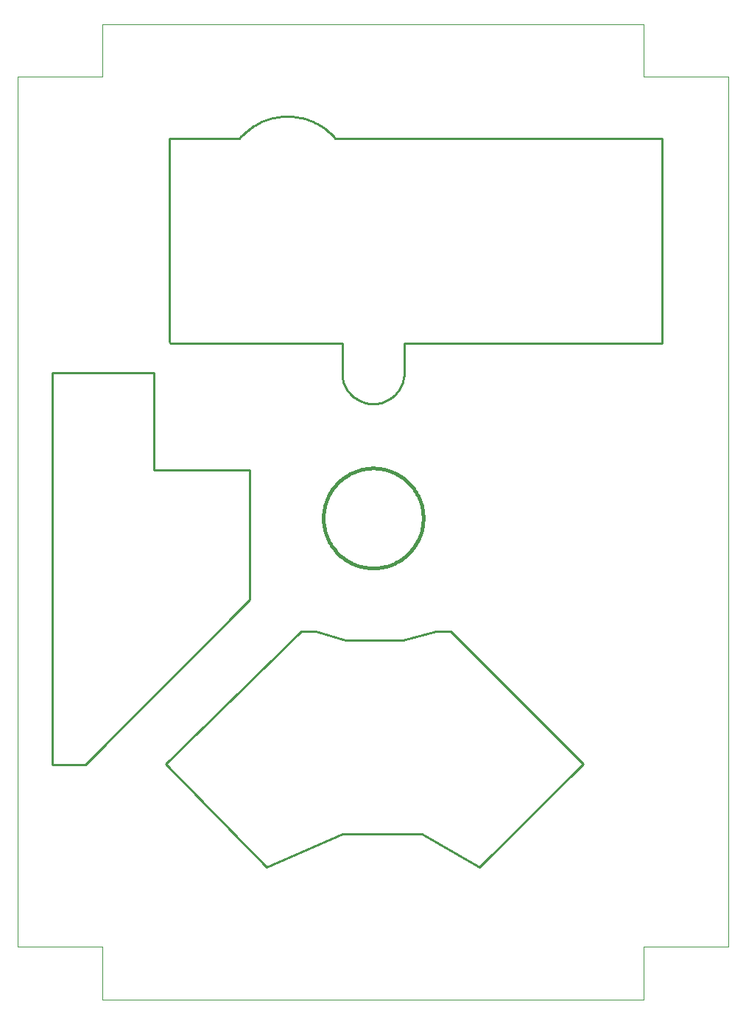
<source format=gtp>
G75*
%MOIN*%
%OFA0B0*%
%FSLAX24Y24*%
%IPPOS*%
%LPD*%
%AMOC8*
5,1,8,0,0,1.08239X$1,22.5*
%
%ADD10C,0.0000*%
%ADD11C,0.0100*%
%ADD12C,0.0160*%
D10*
X000100Y002483D02*
X000100Y041849D01*
X003939Y041849D01*
X003941Y041849D01*
X003941Y044233D01*
X028437Y044233D01*
X028437Y041849D01*
X032277Y041849D01*
X032277Y002484D01*
X028437Y002484D01*
X028437Y000100D01*
X028437Y000100D01*
X003941Y000100D01*
X003941Y002484D01*
X000100Y002484D01*
X000100Y002483D02*
X000103Y002483D01*
X003939Y041849D02*
X003941Y041849D01*
X032139Y041852D02*
X032277Y041849D01*
D11*
X029234Y039076D02*
X014470Y039076D01*
X014401Y039154D01*
X014328Y039229D01*
X014253Y039302D01*
X014175Y039371D01*
X014095Y039438D01*
X014012Y039502D01*
X013927Y039563D01*
X013840Y039621D01*
X013751Y039675D01*
X013659Y039726D01*
X013566Y039774D01*
X013472Y039818D01*
X013376Y039859D01*
X013278Y039896D01*
X013179Y039930D01*
X013079Y039960D01*
X012978Y039987D01*
X012876Y040009D01*
X012773Y040028D01*
X012670Y040044D01*
X012566Y040055D01*
X012462Y040063D01*
X012357Y040067D01*
X012253Y040067D01*
X012148Y040063D01*
X012044Y040055D01*
X011940Y040044D01*
X011837Y040028D01*
X011734Y040009D01*
X011632Y039987D01*
X011531Y039960D01*
X011431Y039930D01*
X011332Y039896D01*
X011234Y039859D01*
X011138Y039818D01*
X011044Y039774D01*
X010951Y039726D01*
X010859Y039675D01*
X010770Y039621D01*
X010683Y039563D01*
X010598Y039502D01*
X010515Y039438D01*
X010435Y039371D01*
X010357Y039302D01*
X010282Y039229D01*
X010209Y039154D01*
X010140Y039076D01*
X010139Y039076D02*
X006990Y039076D01*
X006950Y039050D02*
X006950Y029850D01*
X007000Y029800D02*
X014800Y029800D01*
X014800Y028350D01*
X014786Y028328D02*
X014795Y028255D01*
X014808Y028182D01*
X014825Y028110D01*
X014845Y028040D01*
X014870Y027970D01*
X014898Y027901D01*
X014929Y027835D01*
X014964Y027770D01*
X015002Y027706D01*
X015044Y027645D01*
X015088Y027587D01*
X015136Y027530D01*
X015187Y027477D01*
X015240Y027426D01*
X015296Y027378D01*
X015355Y027332D01*
X015415Y027290D01*
X015478Y027252D01*
X015543Y027216D01*
X015610Y027184D01*
X015678Y027156D01*
X015747Y027131D01*
X015818Y027110D01*
X015890Y027093D01*
X015962Y027079D01*
X016036Y027070D01*
X016109Y027064D01*
X016183Y027062D01*
X016257Y027064D01*
X016330Y027070D01*
X016404Y027079D01*
X016476Y027093D01*
X016548Y027110D01*
X016619Y027131D01*
X016688Y027156D01*
X016756Y027184D01*
X016823Y027216D01*
X016888Y027252D01*
X016951Y027290D01*
X017011Y027332D01*
X017070Y027378D01*
X017126Y027426D01*
X017179Y027477D01*
X017230Y027530D01*
X017278Y027587D01*
X017322Y027645D01*
X017364Y027706D01*
X017402Y027770D01*
X017437Y027835D01*
X017468Y027901D01*
X017496Y027970D01*
X017521Y028040D01*
X017541Y028110D01*
X017558Y028182D01*
X017571Y028255D01*
X017580Y028328D01*
X017600Y028350D02*
X017600Y029800D01*
X029250Y029800D01*
X029250Y039050D01*
X019704Y016776D02*
X019031Y016776D01*
X017532Y016352D01*
X014943Y016352D01*
X013589Y016776D01*
X012919Y016776D01*
X006793Y010769D01*
X011368Y006104D01*
X014784Y007601D01*
X018384Y007601D01*
X021009Y006104D01*
X025691Y010769D01*
X019704Y016776D01*
X010609Y018182D02*
X010609Y024072D01*
X006257Y024072D01*
X006257Y028450D01*
X001678Y028450D01*
X001678Y010733D01*
X003163Y010733D01*
X010609Y018182D01*
D12*
X013930Y021887D02*
X013932Y021982D01*
X013938Y022076D01*
X013948Y022170D01*
X013962Y022264D01*
X013979Y022357D01*
X014001Y022449D01*
X014027Y022541D01*
X014056Y022631D01*
X014089Y022719D01*
X014125Y022807D01*
X014166Y022892D01*
X014210Y022976D01*
X014257Y023058D01*
X014308Y023138D01*
X014362Y023216D01*
X014419Y023291D01*
X014479Y023364D01*
X014543Y023435D01*
X014609Y023502D01*
X014678Y023567D01*
X014750Y023629D01*
X014824Y023688D01*
X014901Y023744D01*
X014979Y023796D01*
X015060Y023845D01*
X015143Y023891D01*
X015228Y023933D01*
X015315Y023971D01*
X015403Y024006D01*
X015492Y024037D01*
X015583Y024065D01*
X015675Y024088D01*
X015767Y024108D01*
X015861Y024124D01*
X015955Y024136D01*
X016049Y024144D01*
X016144Y024148D01*
X016238Y024148D01*
X016333Y024144D01*
X016427Y024136D01*
X016521Y024124D01*
X016615Y024108D01*
X016707Y024088D01*
X016799Y024065D01*
X016890Y024037D01*
X016979Y024006D01*
X017067Y023971D01*
X017154Y023933D01*
X017239Y023891D01*
X017321Y023845D01*
X017403Y023796D01*
X017481Y023744D01*
X017558Y023688D01*
X017632Y023629D01*
X017704Y023567D01*
X017773Y023502D01*
X017839Y023435D01*
X017903Y023364D01*
X017963Y023291D01*
X018020Y023216D01*
X018074Y023138D01*
X018125Y023058D01*
X018172Y022976D01*
X018216Y022892D01*
X018257Y022807D01*
X018293Y022719D01*
X018326Y022631D01*
X018355Y022541D01*
X018381Y022449D01*
X018403Y022357D01*
X018420Y022264D01*
X018434Y022170D01*
X018444Y022076D01*
X018450Y021982D01*
X018452Y021887D01*
X018450Y021792D01*
X018444Y021698D01*
X018434Y021604D01*
X018420Y021510D01*
X018403Y021417D01*
X018381Y021325D01*
X018355Y021233D01*
X018326Y021143D01*
X018293Y021055D01*
X018257Y020967D01*
X018216Y020882D01*
X018172Y020798D01*
X018125Y020716D01*
X018074Y020636D01*
X018020Y020558D01*
X017963Y020483D01*
X017903Y020410D01*
X017839Y020339D01*
X017773Y020272D01*
X017704Y020207D01*
X017632Y020145D01*
X017558Y020086D01*
X017481Y020030D01*
X017403Y019978D01*
X017322Y019929D01*
X017239Y019883D01*
X017154Y019841D01*
X017067Y019803D01*
X016979Y019768D01*
X016890Y019737D01*
X016799Y019709D01*
X016707Y019686D01*
X016615Y019666D01*
X016521Y019650D01*
X016427Y019638D01*
X016333Y019630D01*
X016238Y019626D01*
X016144Y019626D01*
X016049Y019630D01*
X015955Y019638D01*
X015861Y019650D01*
X015767Y019666D01*
X015675Y019686D01*
X015583Y019709D01*
X015492Y019737D01*
X015403Y019768D01*
X015315Y019803D01*
X015228Y019841D01*
X015143Y019883D01*
X015061Y019929D01*
X014979Y019978D01*
X014901Y020030D01*
X014824Y020086D01*
X014750Y020145D01*
X014678Y020207D01*
X014609Y020272D01*
X014543Y020339D01*
X014479Y020410D01*
X014419Y020483D01*
X014362Y020558D01*
X014308Y020636D01*
X014257Y020716D01*
X014210Y020798D01*
X014166Y020882D01*
X014125Y020967D01*
X014089Y021055D01*
X014056Y021143D01*
X014027Y021233D01*
X014001Y021325D01*
X013979Y021417D01*
X013962Y021510D01*
X013948Y021604D01*
X013938Y021698D01*
X013932Y021792D01*
X013930Y021887D01*
M02*

</source>
